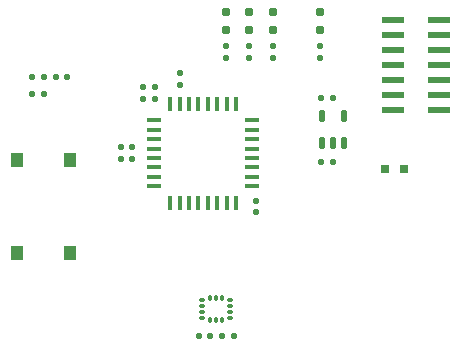
<source format=gbr>
%TF.GenerationSoftware,KiCad,Pcbnew,8.0.5*%
%TF.CreationDate,2025-01-21T17:20:08+01:00*%
%TF.ProjectId,Ingenuity,496e6765-6e75-4697-9479-2e6b69636164,rev?*%
%TF.SameCoordinates,Original*%
%TF.FileFunction,Paste,Top*%
%TF.FilePolarity,Positive*%
%FSLAX46Y46*%
G04 Gerber Fmt 4.6, Leading zero omitted, Abs format (unit mm)*
G04 Created by KiCad (PCBNEW 8.0.5) date 2025-01-21 17:20:08*
%MOMM*%
%LPD*%
G01*
G04 APERTURE LIST*
G04 Aperture macros list*
%AMRoundRect*
0 Rectangle with rounded corners*
0 $1 Rounding radius*
0 $2 $3 $4 $5 $6 $7 $8 $9 X,Y pos of 4 corners*
0 Add a 4 corners polygon primitive as box body*
4,1,4,$2,$3,$4,$5,$6,$7,$8,$9,$2,$3,0*
0 Add four circle primitives for the rounded corners*
1,1,$1+$1,$2,$3*
1,1,$1+$1,$4,$5*
1,1,$1+$1,$6,$7*
1,1,$1+$1,$8,$9*
0 Add four rect primitives between the rounded corners*
20,1,$1+$1,$2,$3,$4,$5,0*
20,1,$1+$1,$4,$5,$6,$7,0*
20,1,$1+$1,$6,$7,$8,$9,0*
20,1,$1+$1,$8,$9,$2,$3,0*%
G04 Aperture macros list end*
%ADD10RoundRect,0.112000X0.136000X-0.112000X0.136000X0.112000X-0.136000X0.112000X-0.136000X-0.112000X0*%
%ADD11RoundRect,0.108000X0.148000X-0.108000X0.148000X0.108000X-0.148000X0.108000X-0.148000X-0.108000X0*%
%ADD12RoundRect,0.112000X0.112000X0.136000X-0.112000X0.136000X-0.112000X-0.136000X0.112000X-0.136000X0*%
%ADD13RoundRect,0.180000X0.180000X0.200000X-0.180000X0.200000X-0.180000X-0.200000X0.180000X-0.200000X0*%
%ADD14RoundRect,0.100000X-0.500000X-0.100000X0.500000X-0.100000X0.500000X0.100000X-0.500000X0.100000X0*%
%ADD15RoundRect,0.100000X-0.100000X-0.500000X0.100000X-0.500000X0.100000X0.500000X-0.100000X0.500000X0*%
%ADD16RoundRect,0.070000X-0.180000X-0.070000X0.180000X-0.070000X0.180000X0.070000X-0.180000X0.070000X0*%
%ADD17RoundRect,0.070000X-0.070000X-0.180000X0.070000X-0.180000X0.070000X0.180000X-0.070000X0.180000X0*%
%ADD18RoundRect,0.120000X0.120000X-0.410000X0.120000X0.410000X-0.120000X0.410000X-0.120000X-0.410000X0*%
%ADD19RoundRect,0.108000X0.108000X0.148000X-0.108000X0.148000X-0.108000X-0.148000X0.108000X-0.148000X0*%
%ADD20RoundRect,0.175000X-0.205000X0.175000X-0.205000X-0.175000X0.205000X-0.175000X0.205000X0.175000X0*%
%ADD21RoundRect,0.112000X-0.112000X-0.136000X0.112000X-0.136000X0.112000X0.136000X-0.112000X0.136000X0*%
%ADD22R,1.040000X1.240000*%
%ADD23R,1.920000X0.592000*%
%ADD24RoundRect,0.112000X-0.136000X0.112000X-0.136000X-0.112000X0.136000X-0.112000X0.136000X0.112000X0*%
G04 APERTURE END LIST*
D10*
%TO.C,C6*%
X158900000Y-100380000D03*
X158900000Y-99420000D03*
%TD*%
D11*
%TO.C,R2*%
X165900000Y-96910000D03*
X165900000Y-95890000D03*
%TD*%
D12*
%TO.C,C11*%
X164580000Y-120450000D03*
X163620000Y-120450000D03*
%TD*%
D10*
%TO.C,C2*%
X159900000Y-100380000D03*
X159900000Y-99420000D03*
%TD*%
D11*
%TO.C,R8*%
X162000000Y-99210000D03*
X162000000Y-98190000D03*
%TD*%
D13*
%TO.C,C1*%
X180975000Y-106300000D03*
X179425000Y-106300000D03*
%TD*%
D14*
%TO.C,U2*%
X159825000Y-102200000D03*
X159825000Y-103000000D03*
X159825000Y-103800000D03*
X159825000Y-104600000D03*
X159825000Y-105400000D03*
X159825000Y-106200000D03*
X159825000Y-107000000D03*
X159825000Y-107800000D03*
D15*
X161200000Y-109175000D03*
X162000000Y-109175000D03*
X162800000Y-109175000D03*
X163600000Y-109175000D03*
X164400000Y-109175000D03*
X165200000Y-109175000D03*
X166000000Y-109175000D03*
X166800000Y-109175000D03*
D14*
X168175000Y-107800000D03*
X168175000Y-107000000D03*
X168175000Y-106200000D03*
X168175000Y-105400000D03*
X168175000Y-104600000D03*
X168175000Y-103800000D03*
X168175000Y-103000000D03*
X168175000Y-102200000D03*
D15*
X166800000Y-100825000D03*
X166000000Y-100825000D03*
X165200000Y-100825000D03*
X164400000Y-100825000D03*
X163600000Y-100825000D03*
X162800000Y-100825000D03*
X162000000Y-100825000D03*
X161200000Y-100825000D03*
%TD*%
D16*
%TO.C,U4*%
X163937500Y-117450000D03*
X163937500Y-117950000D03*
X163937500Y-118450000D03*
X163937500Y-118950000D03*
D17*
X164600000Y-119112500D03*
X165100000Y-119112500D03*
X165600000Y-119112500D03*
D16*
X166262500Y-118950000D03*
X166262500Y-118450000D03*
X166262500Y-117950000D03*
X166262500Y-117450000D03*
D17*
X165600000Y-117287500D03*
X165100000Y-117287500D03*
X164600000Y-117287500D03*
%TD*%
D18*
%TO.C,U3*%
X174050000Y-104137500D03*
X175000000Y-104137500D03*
X175950000Y-104137500D03*
X175950000Y-101862500D03*
X174050000Y-101862500D03*
%TD*%
D12*
%TO.C,C5*%
X157980000Y-105500000D03*
X157020000Y-105500000D03*
%TD*%
D19*
%TO.C,R1*%
X150510000Y-98500000D03*
X149490000Y-98500000D03*
%TD*%
D20*
%TO.C,D1*%
X165900000Y-93012500D03*
X165900000Y-94587500D03*
%TD*%
D11*
%TO.C,R7*%
X173900000Y-96910000D03*
X173900000Y-95890000D03*
%TD*%
D20*
%TO.C,D6*%
X173900000Y-93012500D03*
X173900000Y-94587500D03*
%TD*%
D21*
%TO.C,C7*%
X151520000Y-98500000D03*
X152480000Y-98500000D03*
%TD*%
D20*
%TO.C,D5*%
X169900000Y-93012500D03*
X169900000Y-94587500D03*
%TD*%
D21*
%TO.C,C10*%
X174020000Y-100300000D03*
X174980000Y-100300000D03*
%TD*%
D11*
%TO.C,R4*%
X167900000Y-96910000D03*
X167900000Y-95890000D03*
%TD*%
D12*
%TO.C,C4*%
X157980000Y-104500000D03*
X157020000Y-104500000D03*
%TD*%
D21*
%TO.C,C8*%
X174020000Y-105700000D03*
X174980000Y-105700000D03*
%TD*%
D22*
%TO.C,SW2*%
X148250000Y-113475000D03*
X148250000Y-105525000D03*
X152750000Y-113475000D03*
X152750000Y-105525000D03*
%TD*%
D19*
%TO.C,R9*%
X150510000Y-100000000D03*
X149490000Y-100000000D03*
%TD*%
D23*
%TO.C,J8*%
X183950000Y-101310000D03*
X180050000Y-101310000D03*
X183950000Y-100040000D03*
X180050000Y-100040000D03*
X183950000Y-98770000D03*
X180050000Y-98770000D03*
X183950000Y-97500000D03*
X180050000Y-97500000D03*
X183950000Y-96230000D03*
X180050000Y-96230000D03*
X183950000Y-94960000D03*
X180050000Y-94960000D03*
X183950000Y-93690000D03*
X180050000Y-93690000D03*
%TD*%
D20*
%TO.C,D3*%
X167900000Y-93012500D03*
X167900000Y-94587500D03*
%TD*%
D24*
%TO.C,C3*%
X168500000Y-109020000D03*
X168500000Y-109980000D03*
%TD*%
D12*
%TO.C,C9*%
X166580000Y-120450000D03*
X165620000Y-120450000D03*
%TD*%
D11*
%TO.C,R6*%
X169900000Y-96910000D03*
X169900000Y-95890000D03*
%TD*%
M02*

</source>
